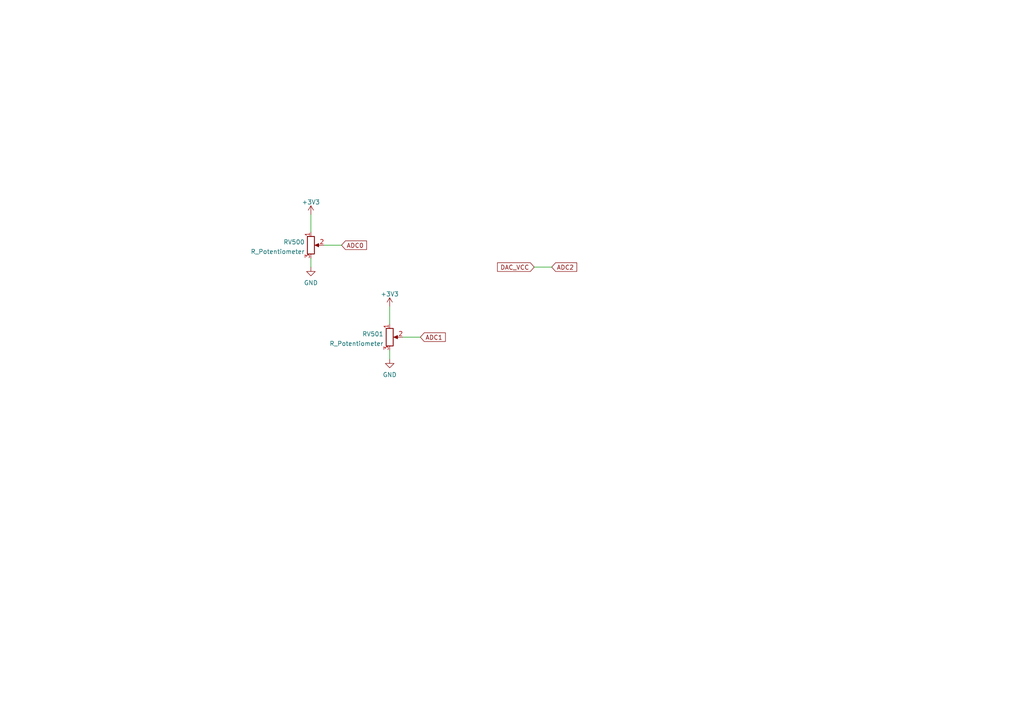
<source format=kicad_sch>
(kicad_sch (version 20211123) (generator eeschema)
  (paper "A4")
  (lib_symbols
    (symbol "Device:R_Potentiometer" (pin_names (offset 1.016) hide)
      (property "Reference" "RV" (at -4.445 0 90))
      (property "Value" "R_Potentiometer" (at -2.54 0 90))
      (symbol "R_Potentiometer_0_1"
        (polyline (pts (xy 2.54 0) (xy 1.524 0)))
        (polyline (pts (xy 1.143 0) (xy 2.286 0.508) (xy 2.286 -0.508) (xy 1.143 0)) (fill (type outline)))
        (rectangle (start 1.016 2.54) (end -1.016 -2.54) (stroke (width 0.254)))
      )
      (symbol "R_Potentiometer_1_1"
        (pin passive line (at 0 3.81 270) (length 1.27) (name "1") (number "1"))
        (pin passive line (at 3.81 0 180) (length 1.27) (name "2") (number "2"))
        (pin passive line (at 0 -3.81 90) (length 1.27) (name "3") (number "3"))
      )
    )
    (symbol "power:+3V3" (power) (pin_names (offset 0))
      (property "Value" "+3V3" (at 0 3.556 0))
      (symbol "+3V3_0_1"
        (polyline (pts (xy -0.762 1.27) (xy 0 2.54)))
        (polyline (pts (xy 0 0) (xy 0 2.54)))
        (polyline (pts (xy 0 2.54) (xy 0.762 1.27)))
      )
      (symbol "+3V3_1_1"
        (pin power_in line (at 0 0 90) (length 0) hide (name "+3V3") (number "1"))
      )
    )
    (symbol "power:GND" (power) (pin_names (offset 0))
      (property "Value" "GND" (at 0 -3.81 0))
      (symbol "GND_0_1"
        (polyline (pts (xy 0 0) (xy 0 -1.27) (xy 1.27 -1.27) (xy 0 -2.54) (xy -1.27 -1.27) (xy 0 -1.27)))
      )
      (symbol "GND_1_1"
        (pin power_in line (at 0 0 270) (length 0) hide (name "GND") (number "1"))
      )
    )
  )
  (wire (pts (xy 113.03 101.6) (xy 113.03 104.14)))
  (wire (pts (xy 154.94 77.47) (xy 160.02 77.47)))
  (wire (pts (xy 113.03 88.9) (xy 113.03 93.98)))
  (wire (pts (xy 116.84 97.79) (xy 121.92 97.79)))
  (wire (pts (xy 90.17 62.23) (xy 90.17 67.31)))
  (wire (pts (xy 90.17 74.93) (xy 90.17 77.47)))
  (wire (pts (xy 93.98 71.12) (xy 99.06 71.12)))
  (global_label "ADC2" (shape input) (at 160.02 77.47 0) (property "Intersheet References" "${INTERSHEET_REFS}" (effects hide)))
  (global_label "DAC_VCC" (shape input) (at 154.94 77.47 180) (property "Intersheet References" "${INTERSHEET_REFS}" (effects hide)))
  (global_label "ADC0" (shape input) (at 99.06 71.12 0) (property "Intersheet References" "${INTERSHEET_REFS}" (effects hide)))
  (global_label "ADC1" (shape input) (at 121.92 97.79 0) (property "Intersheet References" "${INTERSHEET_REFS}" (effects hide)))
  (symbol (lib_id "Device:R_Potentiometer") (at 90.17 71.12 0) (unit 1)
    (property "Reference" "RV500" (at 88.3921 70.2115 0) (effects (justify right)))
    (property "Value" "R_Potentiometer" (at 88.3921 72.9866 0) (effects (justify right)))
    (property "Footprint" "Potentiometer_THT:Potentiometer_Vishay_T73XW_Horizontal" (effects hide))
  )
  (symbol (lib_id "power:GND") (at 113.03 104.14 0) (unit 1)
    (property "Reference" "#PWR0152" (effects hide))
    (property "Value" "GND" (at 113.03 108.7025 0))
  )
  (symbol (lib_id "power:+3V3") (at 113.03 88.9 0) (unit 1)
    (property "Reference" "#PWR0150" (effects hide))
    (property "Value" "+3V3" (at 113.03 85.2955 0))
  )
  (symbol (lib_id "power:GND") (at 90.17 77.47 0) (unit 1)
    (property "Reference" "#PWR0148" (effects hide))
    (property "Value" "GND" (at 90.17 82.0325 0))
  )
  (symbol (lib_id "Device:R_Potentiometer") (at 113.03 97.79 0) (unit 1)
    (property "Reference" "RV501" (at 111.2521 96.8815 0) (effects (justify right)))
    (property "Value" "R_Potentiometer" (at 111.2521 99.6566 0) (effects (justify right)))
    (property "Footprint" "Potentiometer_THT:Potentiometer_Vishay_T73XW_Horizontal" (effects hide))
  )
  (symbol (lib_id "power:+3V3") (at 90.17 62.23 0) (unit 1)
    (property "Reference" "#PWR0142" (effects hide))
    (property "Value" "+3V3" (at 90.17 58.6255 0))
  )
)
</source>
